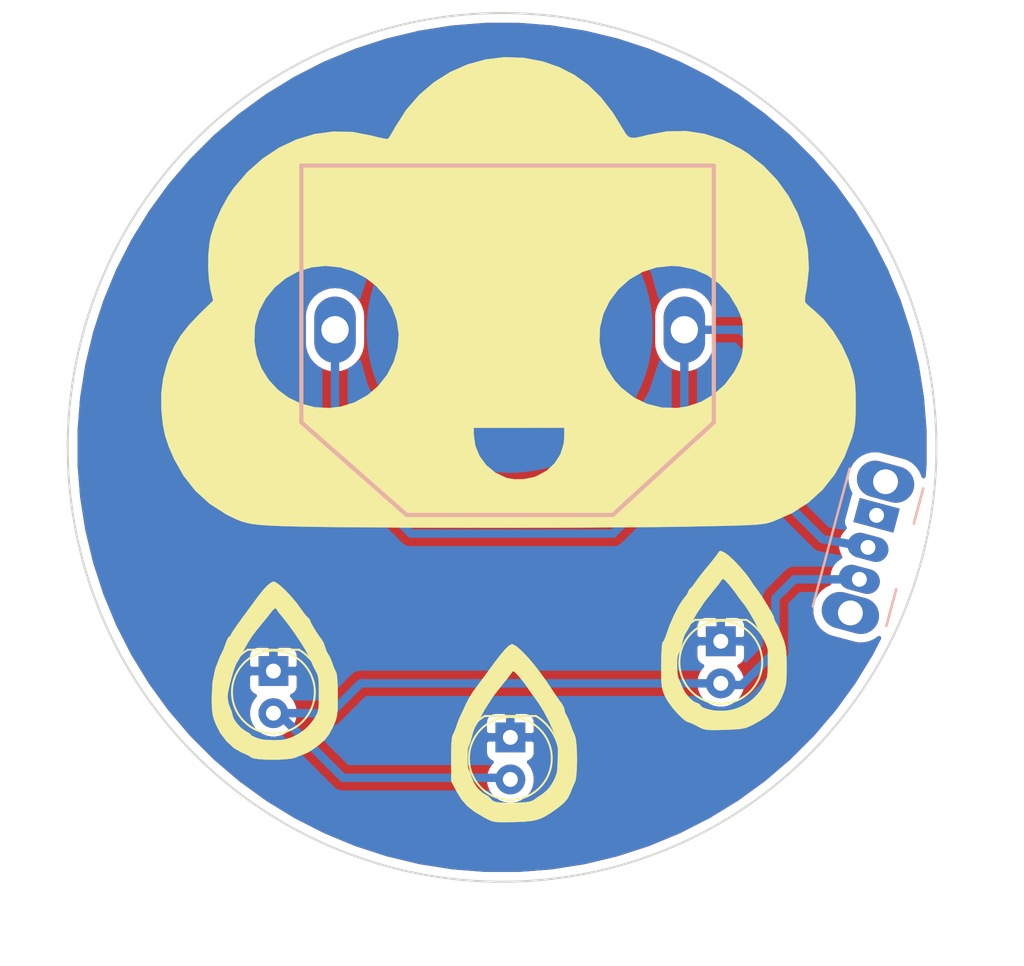
<source format=kicad_pcb>
(kicad_pcb (version 20171130) (host pcbnew "(5.1.8)-1")

  (general
    (thickness 1.6)
    (drawings 6)
    (tracks 22)
    (zones 0)
    (modules 6)
    (nets 5)
  )

  (page A4)
  (title_block
    (title "RainCloud Blinky")
  )

  (layers
    (0 F.Cu signal)
    (31 B.Cu signal)
    (32 B.Adhes user)
    (33 F.Adhes user)
    (34 B.Paste user)
    (35 F.Paste user)
    (36 B.SilkS user)
    (37 F.SilkS user)
    (38 B.Mask user)
    (39 F.Mask user)
    (40 Dwgs.User user)
    (41 Cmts.User user)
    (42 Eco1.User user)
    (43 Eco2.User user)
    (44 Edge.Cuts user)
    (45 Margin user)
    (46 B.CrtYd user)
    (47 F.CrtYd user)
    (48 B.Fab user)
    (49 F.Fab user)
  )

  (setup
    (last_trace_width 0.254)
    (user_trace_width 0.508)
    (trace_clearance 0.2)
    (zone_clearance 0.508)
    (zone_45_only no)
    (trace_min 0.254)
    (via_size 0.8)
    (via_drill 0.4)
    (via_min_size 0.4)
    (via_min_drill 0.3)
    (uvia_size 0.3)
    (uvia_drill 0.1)
    (uvias_allowed no)
    (uvia_min_size 0.2)
    (uvia_min_drill 0.1)
    (edge_width 0.05)
    (segment_width 0.2)
    (pcb_text_width 0.3)
    (pcb_text_size 1.5 1.5)
    (mod_edge_width 0.12)
    (mod_text_size 1 1)
    (mod_text_width 0.15)
    (pad_size 1.524 1.524)
    (pad_drill 0.762)
    (pad_to_mask_clearance 0.05)
    (aux_axis_origin 0 0)
    (visible_elements 7FFFFFFF)
    (pcbplotparams
      (layerselection 0x010fc_ffffffff)
      (usegerberextensions false)
      (usegerberattributes true)
      (usegerberadvancedattributes true)
      (creategerberjobfile true)
      (excludeedgelayer true)
      (linewidth 0.100000)
      (plotframeref false)
      (viasonmask false)
      (mode 1)
      (useauxorigin false)
      (hpglpennumber 1)
      (hpglpenspeed 20)
      (hpglpendiameter 15.000000)
      (psnegative false)
      (psa4output false)
      (plotreference true)
      (plotvalue true)
      (plotinvisibletext false)
      (padsonsilk false)
      (subtractmaskfromsilk false)
      (outputformat 1)
      (mirror false)
      (drillshape 1)
      (scaleselection 1)
      (outputdirectory ""))
  )

  (net 0 "")
  (net 1 VCC)
  (net 2 GND)
  (net 3 "Net-(SW1-Pad1)")
  (net 4 /LED+)

  (net_class Default "This is the default net class."
    (clearance 0.2)
    (trace_width 0.254)
    (via_dia 0.8)
    (via_drill 0.4)
    (uvia_dia 0.3)
    (uvia_drill 0.1)
    (diff_pair_width 0.254)
    (diff_pair_gap 0.25)
    (add_net /LED+)
    (add_net GND)
    (add_net "Net-(SW1-Pad1)")
    (add_net VCC)
  )

  (module RainCloud:ATTEMPT5 (layer F.Cu) (tedit 0) (tstamp 5FD43C4A)
    (at 111.7 99.9)
    (fp_text reference G*** (at 0 0) (layer F.SilkS) hide
      (effects (font (size 1.524 1.524) (thickness 0.3)))
    )
    (fp_text value LOGO (at 0.75 0) (layer F.SilkS) hide
      (effects (font (size 1.524 1.524) (thickness 0.3)))
    )
    (fp_poly (pts (xy 0.908714 -23.011864) (xy 2.060278 -22.792535) (xy 3.03757 -22.454289) (xy 3.966472 -21.979446)
      (xy 4.807161 -21.372305) (xy 5.575414 -20.617426) (xy 6.287006 -19.699366) (xy 6.939988 -18.634808)
      (xy 7.088929 -18.392324) (xy 7.239375 -18.243286) (xy 7.431072 -18.180053) (xy 7.703772 -18.194985)
      (xy 8.097224 -18.280441) (xy 8.386792 -18.356706) (xy 9.544308 -18.573332) (xy 10.690326 -18.595321)
      (xy 11.821842 -18.423229) (xy 12.935849 -18.057613) (xy 14.029341 -17.49903) (xy 14.4377 -17.237077)
      (xy 15.38482 -16.489188) (xy 16.20634 -15.625102) (xy 16.893286 -14.665574) (xy 17.436683 -13.631357)
      (xy 17.82756 -12.543206) (xy 18.056941 -11.421873) (xy 18.115854 -10.288114) (xy 17.995325 -9.162682)
      (xy 17.974335 -9.057527) (xy 17.911558 -8.708109) (xy 17.87912 -8.427617) (xy 17.883988 -8.276431)
      (xy 17.884163 -8.275989) (xy 17.982504 -8.155625) (xy 18.186664 -7.968805) (xy 18.376371 -7.815384)
      (xy 19.002893 -7.234546) (xy 19.588613 -6.501385) (xy 20.105929 -5.658499) (xy 20.527239 -4.748485)
      (xy 20.718553 -4.200769) (xy 20.81589 -3.851102) (xy 20.881037 -3.519261) (xy 20.919959 -3.150734)
      (xy 20.938618 -2.691009) (xy 20.943019 -2.149231) (xy 20.937629 -1.56046) (xy 20.91749 -1.112569)
      (xy 20.876651 -0.751257) (xy 20.809157 -0.422226) (xy 20.718575 -0.1019) (xy 20.261707 1.08819)
      (xy 19.667132 2.144116) (xy 18.937896 3.062656) (xy 18.077043 3.84059) (xy 17.087618 4.474697)
      (xy 15.972667 4.961756) (xy 15.911375 4.982979) (xy 15.755563 5.033346) (xy 15.595652 5.07572)
      (xy 15.412879 5.111213) (xy 15.188482 5.140931) (xy 14.903699 5.165984) (xy 14.539765 5.187481)
      (xy 14.07792 5.206531) (xy 13.499399 5.224243) (xy 12.785441 5.241725) (xy 11.917281 5.260087)
      (xy 10.8793 5.280377) (xy 10.005797 5.294693) (xy 8.981452 5.307321) (xy 7.825382 5.318268)
      (xy 6.556703 5.32754) (xy 5.194533 5.335146) (xy 3.757988 5.341091) (xy 2.266185 5.345382)
      (xy 0.738241 5.348027) (xy -0.806727 5.349032) (xy -2.349604 5.348405) (xy -3.871271 5.346152)
      (xy -5.352612 5.34228) (xy -6.77451 5.336797) (xy -8.117849 5.329708) (xy -9.363511 5.321022)
      (xy -10.49238 5.310745) (xy -11.48534 5.298884) (xy -12.323272 5.285445) (xy -12.939623 5.271727)
      (xy -13.777209 5.246872) (xy -14.453336 5.218297) (xy -14.998232 5.180564) (xy -15.442129 5.128231)
      (xy -15.815257 5.05586) (xy -16.147846 4.958009) (xy -16.470127 4.82924) (xy -16.81233 4.664111)
      (xy -17.072238 4.528064) (xy -18.053831 3.898853) (xy -18.905436 3.126051) (xy -19.626949 2.209768)
      (xy -20.184833 1.221154) (xy -20.510442 0.476308) (xy -20.733323 -0.199837) (xy -20.830803 -0.676257)
      (xy -2.108679 -0.676257) (xy -2.108679 -0.307013) (xy -2.017385 0.388274) (xy -1.756489 1.025662)
      (xy -1.345468 1.57943) (xy -0.8038 2.023857) (xy -0.150963 2.333223) (xy -0.095849 2.350953)
      (xy 0.370976 2.42723) (xy 0.918216 2.41195) (xy 1.459793 2.310401) (xy 1.666502 2.242673)
      (xy 2.27812 1.915586) (xy 2.770557 1.459565) (xy 3.124234 0.902059) (xy 3.319572 0.270515)
      (xy 3.352612 -0.121043) (xy 3.354717 -0.681701) (xy -2.108679 -0.676257) (xy -20.830803 -0.676257)
      (xy -20.874148 -0.888099) (xy -20.953593 -1.669295) (xy -20.962602 -1.819349) (xy -20.966982 -2.779555)
      (xy -20.857802 -3.659092) (xy -20.622127 -4.543594) (xy -20.497931 -4.895559) (xy -20.186151 -5.603614)
      (xy -20.021585 -5.875907) (xy -15.34837 -5.875907) (xy -15.206788 -5.036635) (xy -14.910465 -4.262521)
      (xy -14.476467 -3.569445) (xy -13.921864 -2.973285) (xy -13.263721 -2.48992) (xy -12.519106 -2.135227)
      (xy -11.705088 -1.925087) (xy -10.838732 -1.875376) (xy -10.149536 -1.955869) (xy -9.304298 -2.215008)
      (xy -8.53914 -2.638798) (xy -7.874513 -3.206196) (xy -7.330868 -3.896161) (xy -6.928657 -4.68765)
      (xy -6.697406 -5.507664) (xy -6.669675 -5.89809) (xy 5.478194 -5.89809) (xy 5.612195 -5.075601)
      (xy 5.912942 -4.287053) (xy 6.37968 -3.556848) (xy 6.808721 -3.089741) (xy 7.545152 -2.521195)
      (xy 8.356455 -2.125273) (xy 9.221086 -1.908105) (xy 10.1175 -1.875824) (xy 10.754339 -1.966946)
      (xy 11.606327 -2.25005) (xy 12.379123 -2.701148) (xy 13.048753 -3.301132) (xy 13.591241 -4.030894)
      (xy 13.778056 -4.376955) (xy 13.939698 -4.720144) (xy 14.043859 -4.98855) (xy 14.103141 -5.244284)
      (xy 14.130148 -5.549457) (xy 14.137483 -5.966183) (xy 14.137736 -6.149549) (xy 14.133964 -6.62278)
      (xy 14.11448 -6.963194) (xy 14.06703 -7.233326) (xy 13.979362 -7.495711) (xy 13.839221 -7.812885)
      (xy 13.792189 -7.913077) (xy 13.314137 -8.712368) (xy 12.706714 -9.375434) (xy 11.988346 -9.890477)
      (xy 11.17746 -10.245702) (xy 10.292482 -10.429312) (xy 9.824528 -10.453077) (xy 8.911379 -10.359595)
      (xy 8.059678 -10.082585) (xy 7.281087 -9.627201) (xy 6.624732 -9.039416) (xy 6.084206 -8.325184)
      (xy 5.713445 -7.547284) (xy 5.511692 -6.730119) (xy 5.478194 -5.89809) (xy -6.669675 -5.89809)
      (xy -6.638081 -6.342875) (xy -6.753573 -7.150914) (xy -7.027166 -7.912812) (xy -7.442148 -8.609602)
      (xy -7.981805 -9.222317) (xy -8.629424 -9.731989) (xy -9.368292 -10.119651) (xy -10.181695 -10.366336)
      (xy -11.052919 -10.453076) (xy -11.055146 -10.453077) (xy -11.916098 -10.362308) (xy -12.728443 -10.102694)
      (xy -13.470176 -9.693278) (xy -14.119289 -9.153101) (xy -14.653776 -8.501204) (xy -15.051632 -7.756628)
      (xy -15.290848 -6.938415) (xy -15.318143 -6.76446) (xy -15.34837 -5.875907) (xy -20.021585 -5.875907)
      (xy -19.78891 -6.260891) (xy -19.275907 -6.911098) (xy -18.641099 -7.57438) (xy -17.835223 -8.359144)
      (xy -17.987775 -8.990918) (xy -18.091619 -9.620444) (xy -18.137908 -10.357197) (xy -18.126879 -11.122111)
      (xy -18.058769 -11.836119) (xy -17.977974 -12.260384) (xy -17.729833 -13.040051) (xy -17.371066 -13.861857)
      (xy -16.940121 -14.645104) (xy -16.604913 -15.142308) (xy -15.779065 -16.108836) (xy -14.859628 -16.925383)
      (xy -13.863076 -17.585652) (xy -12.805882 -18.083343) (xy -11.704522 -18.412158) (xy -10.57547 -18.565797)
      (xy -9.435201 -18.537963) (xy -8.300188 -18.322356) (xy -8.292809 -18.320312) (xy -7.895254 -18.217187)
      (xy -7.566134 -18.14536) (xy -7.34937 -18.113677) (xy -7.290159 -18.118376) (xy -7.206366 -18.224486)
      (xy -7.06148 -18.456809) (xy -6.884154 -18.768911) (xy -6.850703 -18.830533) (xy -6.188108 -19.869451)
      (xy -5.40212 -20.773909) (xy -4.510531 -21.537387) (xy -3.531132 -22.153365) (xy -2.481717 -22.615321)
      (xy -1.380076 -22.916737) (xy -0.244002 -23.051091) (xy 0.908714 -23.011864)) (layer F.SilkS) (width 0.01))
    (fp_poly (pts (xy 12.989157 6.830397) (xy 13.05679 6.867025) (xy 13.286289 7.035921) (xy 13.58816 7.317046)
      (xy 13.920735 7.665577) (xy 14.242347 8.036692) (xy 14.511329 8.385568) (xy 14.6195 8.548077)
      (xy 14.779405 8.792602) (xy 14.919292 8.981955) (xy 14.924124 8.987692) (xy 15.078334 9.192067)
      (xy 15.277425 9.487063) (xy 15.494402 9.828426) (xy 15.702271 10.1719) (xy 15.874038 10.473228)
      (xy 15.982709 10.688153) (xy 16.006792 10.762697) (xy 16.058542 10.945798) (xy 16.138495 11.090763)
      (xy 16.240295 11.277873) (xy 16.379343 11.581246) (xy 16.521891 11.926127) (xy 16.633216 12.23263)
      (xy 16.706272 12.509944) (xy 16.748859 12.814017) (xy 16.768776 13.200795) (xy 16.77382 13.726224)
      (xy 16.773822 13.733434) (xy 16.770512 14.243851) (xy 16.754474 14.613935) (xy 16.71691 14.8987)
      (xy 16.649023 15.153157) (xy 16.542014 15.432318) (xy 16.478206 15.581923) (xy 16.259979 16.013375)
      (xy 15.997474 16.367178) (xy 15.652723 16.680007) (xy 15.187756 16.988538) (xy 14.793393 17.209334)
      (xy 14.54355 17.336129) (xy 14.322544 17.42289) (xy 14.082179 17.478848) (xy 13.774261 17.51323)
      (xy 13.350593 17.535264) (xy 13.035472 17.545941) (xy 12.52912 17.5592) (xy 12.170491 17.558312)
      (xy 11.915801 17.537809) (xy 11.721263 17.492221) (xy 11.543093 17.416081) (xy 11.406038 17.342442)
      (xy 11.137848 17.203419) (xy 10.93073 17.115084) (xy 10.865272 17.098906) (xy 10.692661 17.021866)
      (xy 10.447472 16.82292) (xy 10.166025 16.540957) (xy 9.884643 16.214866) (xy 9.639646 15.883539)
      (xy 9.483373 15.619294) (xy 9.37105 15.383554) (xy 9.293364 15.179278) (xy 9.243943 14.962749)
      (xy 9.216414 14.690248) (xy 9.204405 14.318056) (xy 9.201544 13.802457) (xy 9.201509 13.685475)
      (xy 9.201871 13.655585) (xy 10.162189 13.655585) (xy 10.17291 13.991938) (xy 10.203012 14.276234)
      (xy 10.246009 14.435364) (xy 10.334442 14.627467) (xy 10.455467 14.910668) (xy 10.504468 15.029864)
      (xy 10.671192 15.328697) (xy 10.9025 15.610161) (xy 11.149394 15.824587) (xy 11.362876 15.922304)
      (xy 11.38636 15.923846) (xy 11.520872 15.998557) (xy 11.56974 16.064773) (xy 11.71369 16.206819)
      (xy 11.886012 16.302811) (xy 12.13703 16.359372) (xy 12.513082 16.393127) (xy 12.948743 16.403475)
      (xy 13.37859 16.389814) (xy 13.737201 16.351543) (xy 13.875891 16.321111) (xy 14.282903 16.132758)
      (xy 14.712365 15.82271) (xy 15.105834 15.44349) (xy 15.404867 15.047618) (xy 15.50001 14.861543)
      (xy 15.576673 14.549556) (xy 15.622896 14.07437) (xy 15.635898 13.560062) (xy 15.635898 12.588192)
      (xy 15.093781 11.496211) (xy 14.849492 11.026884) (xy 14.595924 10.577878) (xy 14.364596 10.202976)
      (xy 14.200926 9.972707) (xy 13.989501 9.704748) (xy 13.820227 9.476339) (xy 13.75434 9.377211)
      (xy 13.640195 9.214651) (xy 13.447732 8.969633) (xy 13.292745 8.782965) (xy 13.08542 8.547449)
      (xy 12.961815 8.443909) (xy 12.884262 8.453102) (xy 12.822289 8.542614) (xy 12.699131 8.723007)
      (xy 12.499619 8.975033) (xy 12.368207 9.128768) (xy 11.83078 9.807091) (xy 11.31997 10.57796)
      (xy 11.024969 11.09923) (xy 10.860667 11.405553) (xy 10.723429 11.648162) (xy 10.650828 11.763104)
      (xy 10.583521 11.913674) (xy 10.500406 12.183885) (xy 10.450468 12.382801) (xy 10.369533 12.679407)
      (xy 10.288515 12.889698) (xy 10.246218 12.950298) (xy 10.198851 13.073154) (xy 10.170839 13.328786)
      (xy 10.162189 13.655585) (xy 9.201871 13.655585) (xy 9.207543 13.188619) (xy 9.224104 12.764417)
      (xy 9.248883 12.449796) (xy 9.279571 12.28168) (xy 9.290366 12.26479) (xy 9.374585 12.142431)
      (xy 9.471717 11.909479) (xy 9.493382 11.843832) (xy 9.708955 11.235467) (xy 9.964622 10.641711)
      (xy 10.236004 10.112174) (xy 10.498719 9.696466) (xy 10.625913 9.539465) (xy 10.77105 9.349225)
      (xy 10.830943 9.206058) (xy 10.902322 9.059518) (xy 10.953056 9.01697) (xy 11.085345 8.884873)
      (xy 11.243668 8.667988) (xy 11.257713 8.645769) (xy 11.405656 8.434718) (xy 11.637309 8.133141)
      (xy 11.90941 7.796889) (xy 11.988564 7.702223) (xy 12.249818 7.385414) (xy 12.469531 7.106442)
      (xy 12.611557 6.911647) (xy 12.636275 6.871838) (xy 12.7126 6.760821) (xy 12.80841 6.747257)
      (xy 12.989157 6.830397)) (layer F.SilkS) (width 0.01))
    (fp_poly (pts (xy -14.011033 8.669073) (xy -13.759348 8.864058) (xy -13.455042 9.149684) (xy -13.130138 9.493753)
      (xy -12.816661 9.864072) (xy -12.546636 10.228442) (xy -12.528685 10.255148) (xy -12.340669 10.517711)
      (xy -12.177133 10.713085) (xy -12.107528 10.775431) (xy -11.993822 10.899308) (xy -11.981132 10.948487)
      (xy -11.930374 11.084873) (xy -11.800503 11.323889) (xy -11.625119 11.610128) (xy -11.437825 11.888179)
      (xy -11.304043 12.065) (xy -11.161945 12.308335) (xy -11.075678 12.553462) (xy -10.986192 12.814805)
      (xy -10.883518 12.993077) (xy -10.775865 13.178153) (xy -10.663588 13.454731) (xy -10.638872 13.530385)
      (xy -10.538449 13.809684) (xy -10.438246 14.01921) (xy -10.415886 14.052399) (xy -10.373058 14.205475)
      (xy -10.340502 14.523701) (xy -10.320366 14.977017) (xy -10.314632 15.468937) (xy -10.317236 15.998746)
      (xy -10.328915 16.381226) (xy -10.357316 16.664428) (xy -10.410084 16.896401) (xy -10.494864 17.125196)
      (xy -10.619302 17.398863) (xy -10.622938 17.40659) (xy -10.842693 17.819348) (xy -11.085884 18.13386)
      (xy -11.419415 18.432703) (xy -11.514086 18.506482) (xy -11.832388 18.73408) (xy -12.124679 18.915157)
      (xy -12.331977 19.013458) (xy -12.344788 19.017093) (xy -12.625618 19.11386) (xy -12.837385 19.211023)
      (xy -13.049247 19.27206) (xy -13.390755 19.315347) (xy -13.815086 19.340863) (xy -14.275416 19.348588)
      (xy -14.724919 19.338503) (xy -15.116772 19.310587) (xy -15.404149 19.26482) (xy -15.53097 19.212177)
      (xy -15.703079 19.100782) (xy -15.974931 18.971307) (xy -16.106485 18.918852) (xy -16.567721 18.660069)
      (xy -17.013914 18.253618) (xy -17.402784 17.745235) (xy -17.675864 17.221213) (xy -17.790839 16.91342)
      (xy -17.864147 16.630207) (xy -17.90471 16.311359) (xy -17.921446 15.896657) (xy -17.923774 15.547652)
      (xy -17.922644 15.527942) (xy -16.965283 15.527942) (xy -16.926173 15.860286) (xy -16.831118 16.162972)
      (xy -16.8221 16.181333) (xy -16.72043 16.423627) (xy -16.678326 16.609438) (xy -16.605538 16.847385)
      (xy -16.420761 17.132625) (xy -16.172057 17.404911) (xy -15.907487 17.603999) (xy -15.868872 17.624083)
      (xy -15.651689 17.751268) (xy -15.534303 17.863112) (xy -15.527547 17.885424) (xy -15.440237 18.008459)
      (xy -15.175633 18.095468) (xy -14.729723 18.147285) (xy -14.18566 18.164425) (xy -13.694325 18.157321)
      (xy -13.347844 18.124156) (xy -13.10036 18.058677) (xy -12.977476 17.999656) (xy -12.502936 17.710327)
      (xy -12.163395 17.456221) (xy -11.915797 17.200177) (xy -11.725074 16.918815) (xy -11.606636 16.701696)
      (xy -11.529392 16.503535) (xy -11.484504 16.27387) (xy -11.463137 15.962238) (xy -11.456456 15.518177)
      (xy -11.456048 15.382368) (xy -11.460921 14.874011) (xy -11.481463 14.518366) (xy -11.523082 14.27304)
      (xy -11.591189 14.095639) (xy -11.628333 14.032216) (xy -11.780915 13.749391) (xy -11.919173 13.423683)
      (xy -11.929615 13.394224) (xy -12.068769 13.086965) (xy -12.302184 12.671661) (xy -12.60203 12.190899)
      (xy -12.940477 11.687268) (xy -13.289695 11.203355) (xy -13.621853 10.781748) (xy -13.687024 10.704892)
      (xy -13.873176 10.473926) (xy -14.001857 10.287198) (xy -14.02478 10.242736) (xy -14.100178 10.202702)
      (xy -14.239545 10.327712) (xy -14.299448 10.403211) (xy -14.487089 10.643041) (xy -14.734174 10.949582)
      (xy -14.904528 11.156689) (xy -15.247163 11.578084) (xy -15.502084 11.919845) (xy -15.712166 12.245379)
      (xy -15.920284 12.61809) (xy -16.01419 12.797692) (xy -16.181233 13.113302) (xy -16.316981 13.355721)
      (xy -16.394713 13.477431) (xy -16.398722 13.481539) (xy -16.472216 13.616581) (xy -16.571914 13.891096)
      (xy -16.683556 14.253572) (xy -16.792881 14.652501) (xy -16.885627 15.036371) (xy -16.947534 15.353673)
      (xy -16.965283 15.527942) (xy -17.922644 15.527942) (xy -17.871991 14.644444) (xy -17.707485 13.849031)
      (xy -17.416517 13.101886) (xy -17.311662 12.895385) (xy -17.193305 12.633571) (xy -17.077034 12.318891)
      (xy -17.06606 12.284808) (xy -16.972499 12.052406) (xy -16.882348 11.926091) (xy -16.862001 11.918462)
      (xy -16.776067 11.843931) (xy -16.773585 11.821036) (xy -16.718818 11.709193) (xy -16.56969 11.47663)
      (xy -16.34896 11.157303) (xy -16.079388 10.785172) (xy -16.078679 10.784214) (xy -15.786908 10.389161)
      (xy -15.51982 10.026404) (xy -15.308704 9.738504) (xy -15.192076 9.578104) (xy -14.836277 9.120014)
      (xy -14.527319 8.796473) (xy -14.281126 8.62289) (xy -14.178072 8.596923) (xy -14.011033 8.669073)) (layer F.SilkS) (width 0.01))
    (fp_poly (pts (xy 0.239623 12.37543) (xy 0.461184 12.499607) (xy 0.763255 12.760596) (xy 1.1217 13.1315)
      (xy 1.512385 13.585427) (xy 1.911174 14.09548) (xy 2.293933 14.634766) (xy 2.370567 14.75005)
      (xy 2.649531 15.170948) (xy 2.898987 15.539846) (xy 3.095566 15.822719) (xy 3.215898 15.985542)
      (xy 3.231888 16.004094) (xy 3.339369 16.2033) (xy 3.354717 16.299856) (xy 3.407295 16.511327)
      (xy 3.484852 16.659225) (xy 3.600449 16.879749) (xy 3.717205 17.174129) (xy 3.734966 17.227713)
      (xy 3.849728 17.546631) (xy 3.972853 17.833035) (xy 3.987636 17.862713) (xy 4.049598 18.090201)
      (xy 4.093137 18.460126) (xy 4.118075 18.920438) (xy 4.124234 19.419087) (xy 4.111434 19.904021)
      (xy 4.079499 20.323191) (xy 4.028249 20.624546) (xy 3.997393 20.710769) (xy 3.886664 20.953945)
      (xy 3.754761 21.274237) (xy 3.708225 21.394616) (xy 3.550396 21.706487) (xy 3.307744 21.982954)
      (xy 2.993071 22.237278) (xy 2.532408 22.56455) (xy 2.153175 22.795506) (xy 1.801294 22.947977)
      (xy 1.422692 23.039796) (xy 0.963293 23.088796) (xy 0.36902 23.112807) (xy 0.335472 23.113655)
      (xy -0.174981 23.124948) (xy -0.538809 23.124413) (xy -0.801029 23.105088) (xy -1.006654 23.060013)
      (xy -1.2007 22.982225) (xy -1.428181 22.864765) (xy -1.490055 22.831356) (xy -2.067598 22.486936)
      (xy -2.503947 22.142346) (xy -2.844954 21.754631) (xy -3.127892 21.296923) (xy -3.467744 20.661923)
      (xy -3.476117 19.325072) (xy -3.475542 19.242995) (xy -2.490154 19.242995) (xy -2.48209 19.56866)
      (xy -2.456556 19.830553) (xy -2.413582 19.96623) (xy -2.408607 19.970279) (xy -2.333464 20.094493)
      (xy -2.266332 20.322789) (xy -2.264038 20.334232) (xy -2.12815 20.694669) (xy -1.889759 21.052105)
      (xy -1.604302 21.33214) (xy -1.45182 21.424216) (xy -1.219172 21.567097) (xy -1.077459 21.703929)
      (xy -0.967987 21.815359) (xy -0.808636 21.889769) (xy -0.56522 21.932775) (xy -0.203553 21.949989)
      (xy 0.310552 21.947024) (xy 0.393118 21.945392) (xy 0.877005 21.92567) (xy 1.210162 21.88594)
      (xy 1.433111 21.819496) (xy 1.543306 21.754991) (xy 1.789332 21.579904) (xy 2.065739 21.393675)
      (xy 2.073764 21.388452) (xy 2.314528 21.184962) (xy 2.564927 20.903991) (xy 2.647825 20.790848)
      (xy 2.771121 20.594674) (xy 2.852913 20.407145) (xy 2.903721 20.178702) (xy 2.934065 19.859788)
      (xy 2.954465 19.400843) (xy 2.956682 19.335845) (xy 2.968866 18.852254) (xy 2.961995 18.507322)
      (xy 2.928535 18.244675) (xy 2.860951 18.00794) (xy 2.751709 17.740744) (xy 2.739919 17.714049)
      (xy 2.41203 17.006575) (xy 2.111542 16.434754) (xy 1.810026 15.947321) (xy 1.584547 15.630769)
      (xy 1.367228 15.335618) (xy 1.190011 15.085026) (xy 1.093917 14.93756) (xy 0.984766 14.779972)
      (xy 0.795989 14.538664) (xy 0.64067 14.351406) (xy 0.432299 14.116346) (xy 0.306979 14.01434)
      (xy 0.228412 14.025543) (xy 0.177351 14.098076) (xy 0.063711 14.264143) (xy -0.131757 14.51482)
      (xy -0.319545 14.740248) (xy -0.951239 15.549698) (xy -1.470066 16.365679) (xy -1.635453 16.677937)
      (xy -1.791264 16.978426) (xy -1.926997 17.217398) (xy -1.991538 17.314236) (xy -2.073037 17.478849)
      (xy -2.165452 17.756648) (xy -2.210467 17.927838) (xy -2.29257 18.225758) (xy -2.373372 18.445386)
      (xy -2.409258 18.507808) (xy -2.453766 18.650125) (xy -2.480722 18.916002) (xy -2.490154 19.242995)
      (xy -3.475542 19.242995) (xy -3.472209 18.767721) (xy -3.454184 18.317872) (xy -3.423889 18.00497)
      (xy -3.384171 17.859687) (xy -3.292494 17.687834) (xy -3.188872 17.419819) (xy -3.163149 17.340385)
      (xy -3.053455 17.024) (xy -2.937842 16.745224) (xy -2.918446 16.705385) (xy -2.804134 16.46943)
      (xy -2.657255 16.152783) (xy -2.589783 16.003427) (xy -2.402794 15.639417) (xy -2.179978 15.27688)
      (xy -2.106426 15.173043) (xy -1.905159 14.903927) (xy -1.729349 14.668862) (xy -1.681582 14.605)
      (xy -1.533328 14.404195) (xy -1.338081 14.136649) (xy -1.270925 14.044018) (xy -0.819821 13.431687)
      (xy -0.460895 12.971214) (xy -0.182772 12.650031) (xy 0.025926 12.455573) (xy 0.176574 12.375272)
      (xy 0.239623 12.37543)) (layer F.SilkS) (width 0.01))
  )

  (module Button_Switch_THT:SW_CuK_OS102011MA1QN1_SPDT_Angled (layer B.Cu) (tedit 5A02FE31) (tstamp 5FA47977)
    (at 133.9 104.5 255)
    (descr "CuK miniature slide switch, OS series, SPDT, right angle, http://www.ckswitches.com/media/1428/os.pdf")
    (tags "switch SPDT")
    (path /5FA35B43)
    (fp_text reference SW1 (at 1.4 3.6 255) (layer B.SilkS) hide
      (effects (font (size 1 1) (thickness 0.15)) (justify mirror))
    )
    (fp_text value SW_SPDT (at 1.7 -7.7 255) (layer B.Fab)
      (effects (font (size 1 1) (thickness 0.15)) (justify mirror))
    )
    (fp_line (start -2.3 2.2) (end 6.3 2.2) (layer B.Fab) (width 0.1))
    (fp_line (start -2.3 2.2) (end -2.3 -2.2) (layer B.Fab) (width 0.1))
    (fp_line (start -2.3 -2.2) (end 6.3 -2.2) (layer B.Fab) (width 0.1))
    (fp_line (start 6.3 -2.2) (end 6.3 2.2) (layer B.Fab) (width 0.1))
    (fp_line (start 2 -2.2) (end 2 -6.2) (layer B.Fab) (width 0.1))
    (fp_line (start 2 -6.2) (end 0 -6.2) (layer B.Fab) (width 0.1))
    (fp_line (start 0 -6.2) (end 0 -2.2) (layer B.Fab) (width 0.1))
    (fp_line (start -2.3 2.3) (end 6.3 2.3) (layer B.SilkS) (width 0.15))
    (fp_line (start -2.3 -2.3) (end -0.1 -2.3) (layer B.SilkS) (width 0.15))
    (fp_line (start 4 -2.3) (end 6.3 -2.3) (layer B.SilkS) (width 0.15))
    (fp_line (start 7.7 2.7) (end 7.7 -6.7) (layer B.CrtYd) (width 0.05))
    (fp_line (start 7.7 -6.7) (end -3.7 -6.7) (layer B.CrtYd) (width 0.05))
    (fp_line (start -3.7 -6.7) (end -3.7 2.7) (layer B.CrtYd) (width 0.05))
    (fp_line (start -3.7 2.7) (end 7.7 2.7) (layer B.CrtYd) (width 0.05))
    (fp_text user %R (at 2.3 -1.7 255) (layer B.Fab)
      (effects (font (size 0.5 0.5) (thickness 0.1)) (justify mirror))
    )
    (pad "" thru_hole oval (at 6.1 0 255) (size 2.2 3.5) (drill 1.5) (layers *.Cu *.Mask))
    (pad "" thru_hole oval (at -2.1 0 255) (size 2.2 3.5) (drill 1.5) (layers *.Cu *.Mask))
    (pad 3 thru_hole oval (at 4 0 255) (size 1.5 2.5) (drill 0.9) (layers *.Cu *.Mask)
      (net 4 /LED+))
    (pad 2 thru_hole oval (at 2 0 255) (size 1.5 2.5) (drill 0.9) (layers *.Cu *.Mask)
      (net 1 VCC))
    (pad 1 thru_hole rect (at 0 0 255) (size 1.5 2.5) (drill 0.9) (layers *.Cu *.Mask)
      (net 3 "Net-(SW1-Pad1)"))
    (model ${KISYS3DMOD}/Button_Switch_THT.3dshapes/SW_CuK_OS102011MA1QN1_SPDT_Angled.wrl
      (at (xyz 0 0 0))
      (scale (xyz 1 1 1))
      (rotate (xyz 0 0 0))
    )
    (model "C:/Users/robyn/Downloads/sk-12d07-1p2t-1.snapshot.1/3Pins SPDT switch SK-12D07 1P2T.step"
      (offset (xyz -2.4 -2.3 4.5))
      (scale (xyz 1 1 1))
      (rotate (xyz 0 0 0))
    )
  )

  (module BlinkyBadge:BatteryHolder_MPD_BK888_2032_THRU (layer B.Cu) (tedit 5FA46AA5) (tstamp 5FA47934)
    (at 122.3 93.3 180)
    (path /5FA34E43)
    (fp_text reference BT1 (at 0 11.176) (layer B.SilkS) hide
      (effects (font (size 1 1) (thickness 0.15)) (justify mirror))
    )
    (fp_text value Battery_Cell (at -6.096 17.018) (layer B.Fab)
      (effects (font (size 1 1) (thickness 0.15)) (justify mirror))
    )
    (fp_line (start 4.318 -11.176) (end 16.764 -11.176) (layer B.SilkS) (width 0.254))
    (fp_line (start 4.318 -11.176) (end -1.778 -5.588) (layer B.SilkS) (width 0.254))
    (fp_line (start 16.764 -11.176) (end 23.114 -5.588) (layer B.SilkS) (width 0.254))
    (fp_line (start -1.778 9.906) (end 23.114 9.906) (layer B.SilkS) (width 0.254))
    (fp_line (start 23.114 9.906) (end 23.114 -5.588) (layer B.SilkS) (width 0.254))
    (fp_line (start -1.778 9.906) (end -1.778 -5.588) (layer B.SilkS) (width 0.254))
    (pad 1 thru_hole oval (at 0 0 180) (size 2.5 4) (drill 1.65) (layers *.Cu *.Mask)
      (net 1 VCC))
    (pad 1 thru_hole oval (at 21.082 0 180) (size 2.5 4) (drill 1.65) (layers *.Cu *.Mask)
      (net 1 VCC))
    (pad 2 smd circle (at 10.541 0 180) (size 17.272 17.272) (layers B.Cu B.Paste B.Mask)
      (net 2 GND))
    (model ${KISYS3DMOD}/Battery.3dshapes/BK-888.STEP
      (offset (xyz 10.5 -0.5 0))
      (scale (xyz 1 1 1))
      (rotate (xyz -90 0 180))
    )
  )

  (module LED_THT:LED_D5.0mm (layer F.Cu) (tedit 5995936A) (tstamp 5FA47946)
    (at 97.5 113.9 270)
    (descr "LED, diameter 5.0mm, 2 pins, http://cdn-reichelt.de/documents/datenblatt/A500/LL-504BC2E-009.pdf")
    (tags "LED diameter 5.0mm 2 pins")
    (path /5FA33C39)
    (fp_text reference D1 (at 1.27 -3.96 90) (layer F.SilkS) hide
      (effects (font (size 1 1) (thickness 0.15)))
    )
    (fp_text value LED (at 1.27 3.96 90) (layer F.Fab)
      (effects (font (size 1 1) (thickness 0.15)))
    )
    (fp_line (start 4.5 -3.25) (end -1.95 -3.25) (layer F.CrtYd) (width 0.05))
    (fp_line (start 4.5 3.25) (end 4.5 -3.25) (layer F.CrtYd) (width 0.05))
    (fp_line (start -1.95 3.25) (end 4.5 3.25) (layer F.CrtYd) (width 0.05))
    (fp_line (start -1.95 -3.25) (end -1.95 3.25) (layer F.CrtYd) (width 0.05))
    (fp_line (start -1.29 -1.545) (end -1.29 1.545) (layer F.SilkS) (width 0.12))
    (fp_line (start -1.23 -1.469694) (end -1.23 1.469694) (layer F.Fab) (width 0.1))
    (fp_circle (center 1.27 0) (end 3.77 0) (layer F.SilkS) (width 0.12))
    (fp_circle (center 1.27 0) (end 3.77 0) (layer F.Fab) (width 0.1))
    (fp_arc (start 1.27 0) (end -1.23 -1.469694) (angle 299.1) (layer F.Fab) (width 0.1))
    (fp_arc (start 1.27 0) (end -1.29 -1.54483) (angle 148.9) (layer F.SilkS) (width 0.12))
    (fp_arc (start 1.27 0) (end -1.29 1.54483) (angle -148.9) (layer F.SilkS) (width 0.12))
    (fp_text user %R (at 1.25 0 90) (layer F.Fab)
      (effects (font (size 0.8 0.8) (thickness 0.2)))
    )
    (pad 1 thru_hole rect (at 0 0 270) (size 1.8 1.8) (drill 0.9) (layers *.Cu *.Mask)
      (net 2 GND))
    (pad 2 thru_hole circle (at 2.54 0 270) (size 1.8 1.8) (drill 0.9) (layers *.Cu *.Mask)
      (net 4 /LED+))
    (model ${KISYS3DMOD}/LED_THT.3dshapes/LED_D5.0mm.wrl
      (at (xyz 0 0 0))
      (scale (xyz 1 1 1))
      (rotate (xyz 0 0 0))
    )
  )

  (module LED_THT:LED_D5.0mm (layer F.Cu) (tedit 5995936A) (tstamp 5FA47958)
    (at 111.8 117.9 270)
    (descr "LED, diameter 5.0mm, 2 pins, http://cdn-reichelt.de/documents/datenblatt/A500/LL-504BC2E-009.pdf")
    (tags "LED diameter 5.0mm 2 pins")
    (path /5FA3DB03)
    (fp_text reference D2 (at 1.27 -3.96 90) (layer F.SilkS) hide
      (effects (font (size 1 1) (thickness 0.15)))
    )
    (fp_text value LED (at 1.27 3.96 90) (layer F.Fab)
      (effects (font (size 1 1) (thickness 0.15)))
    )
    (fp_line (start 4.5 -3.25) (end -1.95 -3.25) (layer F.CrtYd) (width 0.05))
    (fp_line (start 4.5 3.25) (end 4.5 -3.25) (layer F.CrtYd) (width 0.05))
    (fp_line (start -1.95 3.25) (end 4.5 3.25) (layer F.CrtYd) (width 0.05))
    (fp_line (start -1.95 -3.25) (end -1.95 3.25) (layer F.CrtYd) (width 0.05))
    (fp_line (start -1.29 -1.545) (end -1.29 1.545) (layer F.SilkS) (width 0.12))
    (fp_line (start -1.23 -1.469694) (end -1.23 1.469694) (layer F.Fab) (width 0.1))
    (fp_circle (center 1.27 0) (end 3.77 0) (layer F.SilkS) (width 0.12))
    (fp_circle (center 1.27 0) (end 3.77 0) (layer F.Fab) (width 0.1))
    (fp_arc (start 1.27 0) (end -1.23 -1.469694) (angle 299.1) (layer F.Fab) (width 0.1))
    (fp_arc (start 1.27 0) (end -1.29 -1.54483) (angle 148.9) (layer F.SilkS) (width 0.12))
    (fp_arc (start 1.27 0) (end -1.29 1.54483) (angle -148.9) (layer F.SilkS) (width 0.12))
    (fp_text user %R (at 1.25 0 90) (layer F.Fab)
      (effects (font (size 0.8 0.8) (thickness 0.2)))
    )
    (pad 1 thru_hole rect (at 0 0 270) (size 1.8 1.8) (drill 0.9) (layers *.Cu *.Mask)
      (net 2 GND))
    (pad 2 thru_hole circle (at 2.54 0 270) (size 1.8 1.8) (drill 0.9) (layers *.Cu *.Mask)
      (net 4 /LED+))
    (model ${KISYS3DMOD}/LED_THT.3dshapes/LED_D5.0mm.wrl
      (at (xyz 0 0 0))
      (scale (xyz 1 1 1))
      (rotate (xyz 0 0 0))
    )
  )

  (module LED_THT:LED_D5.0mm (layer F.Cu) (tedit 5995936A) (tstamp 5FA4796A)
    (at 124.5 112.1 270)
    (descr "LED, diameter 5.0mm, 2 pins, http://cdn-reichelt.de/documents/datenblatt/A500/LL-504BC2E-009.pdf")
    (tags "LED diameter 5.0mm 2 pins")
    (path /5FA34798)
    (fp_text reference D3 (at 1.27 -3.96 90) (layer F.SilkS) hide
      (effects (font (size 1 1) (thickness 0.15)))
    )
    (fp_text value LED (at 1.27 3.96 90) (layer F.Fab)
      (effects (font (size 1 1) (thickness 0.15)))
    )
    (fp_circle (center 1.27 0) (end 3.77 0) (layer F.Fab) (width 0.1))
    (fp_circle (center 1.27 0) (end 3.77 0) (layer F.SilkS) (width 0.12))
    (fp_line (start -1.23 -1.469694) (end -1.23 1.469694) (layer F.Fab) (width 0.1))
    (fp_line (start -1.29 -1.545) (end -1.29 1.545) (layer F.SilkS) (width 0.12))
    (fp_line (start -1.95 -3.25) (end -1.95 3.25) (layer F.CrtYd) (width 0.05))
    (fp_line (start -1.95 3.25) (end 4.5 3.25) (layer F.CrtYd) (width 0.05))
    (fp_line (start 4.5 3.25) (end 4.5 -3.25) (layer F.CrtYd) (width 0.05))
    (fp_line (start 4.5 -3.25) (end -1.95 -3.25) (layer F.CrtYd) (width 0.05))
    (fp_text user %R (at 1.25 0 90) (layer F.Fab)
      (effects (font (size 0.8 0.8) (thickness 0.2)))
    )
    (fp_arc (start 1.27 0) (end -1.29 1.54483) (angle -148.9) (layer F.SilkS) (width 0.12))
    (fp_arc (start 1.27 0) (end -1.29 -1.54483) (angle 148.9) (layer F.SilkS) (width 0.12))
    (fp_arc (start 1.27 0) (end -1.23 -1.469694) (angle 299.1) (layer F.Fab) (width 0.1))
    (pad 2 thru_hole circle (at 2.54 0 270) (size 1.8 1.8) (drill 0.9) (layers *.Cu *.Mask)
      (net 4 /LED+))
    (pad 1 thru_hole rect (at 0 0 270) (size 1.8 1.8) (drill 0.9) (layers *.Cu *.Mask)
      (net 2 GND))
    (model ${KISYS3DMOD}/LED_THT.3dshapes/LED_D5.0mm.wrl
      (at (xyz 0 0 0))
      (scale (xyz 1 1 1))
      (rotate (xyz 0 0 0))
    )
  )

  (gr_poly (pts (xy 114.4 100.9) (xy 113.9 101.6) (xy 113.1 102) (xy 112.3 102.2) (xy 111.3 102) (xy 110.7 101.7) (xy 110 100.9) (xy 109.7 100.2) (xy 109.7 99.5) (xy 114.9 99.5)) (layer F.Mask) (width 0.1))
  (gr_circle (center 121.7 93.795045) (end 125.904955 93.795045) (layer F.Mask) (width 1.016) (tstamp 5FAB07E4))
  (gr_arc (start 112.2 99.5) (end 109.6 99.5) (angle -180) (layer F.Mask) (width 0.635))
  (gr_line (start 109.6 99.5) (end 114.8 99.5) (layer F.Mask) (width 0.635))
  (gr_circle (center 100.7 93.795045) (end 104.904955 93.795045) (layer F.Mask) (width 1.016))
  (gr_circle (center 111.3 100.4) (end 137.5128 100.4) (layer Edge.Cuts) (width 0.127))

  (segment (start 127.8 103.1) (end 130.632695 105.932695) (width 0.508) (layer B.Cu) (net 1))
  (segment (start 122.3 93.3) (end 125.7 93.3) (width 0.508) (layer B.Cu) (net 1))
  (segment (start 130.632695 105.932695) (end 133.382362 106.431852) (width 0.508) (layer B.Cu) (net 1))
  (segment (start 127.8 95.4) (end 127.8 103.1) (width 0.508) (layer B.Cu) (net 1))
  (segment (start 125.7 93.3) (end 127.8 95.4) (width 0.508) (layer B.Cu) (net 1))
  (segment (start 122.3 101.3) (end 122.3 93.3) (width 0.508) (layer B.Cu) (net 1))
  (segment (start 118 105.6) (end 122.3 101.3) (width 0.508) (layer B.Cu) (net 1))
  (segment (start 105.8 105.6) (end 118 105.6) (width 0.508) (layer B.Cu) (net 1))
  (segment (start 101.218 93.3) (end 101.218 101.018) (width 0.508) (layer B.Cu) (net 1))
  (segment (start 101.218 101.018) (end 105.8 105.6) (width 0.508) (layer B.Cu) (net 1))
  (segment (start 101.7 120.34) (end 97.6 116.24) (width 0.508) (layer B.Cu) (net 4))
  (segment (start 112 120.34) (end 101.7 120.34) (width 0.508) (layer B.Cu) (net 4))
  (segment (start 125.76 114.74) (end 124.5 114.74) (width 0.508) (layer B.Cu) (net 4))
  (segment (start 127.8 112.7) (end 125.76 114.74) (width 0.508) (layer B.Cu) (net 4))
  (segment (start 127.8 109.5) (end 127.8 112.7) (width 0.508) (layer B.Cu) (net 4))
  (segment (start 132.864724 108.363703) (end 128.936297 108.363703) (width 0.508) (layer B.Cu) (net 4))
  (segment (start 124.5 114.74) (end 124.46 114.74) (width 0.508) (layer B.Cu) (net 4))
  (segment (start 128.936297 108.363703) (end 127.8 109.5) (width 0.508) (layer B.Cu) (net 4))
  (segment (start 99.46 116.44) (end 97.5 116.44) (width 0.508) (layer B.Cu) (net 4))
  (segment (start 124.5 114.64) (end 102.76 114.64) (width 0.508) (layer B.Cu) (net 4))
  (segment (start 100.96 116.44) (end 97.5 116.44) (width 0.508) (layer B.Cu) (net 4))
  (segment (start 102.76 114.64) (end 100.96 116.44) (width 0.508) (layer B.Cu) (net 4))

  (zone (net 2) (net_name GND) (layer B.Cu) (tstamp 0) (hatch edge 0.508)
    (connect_pads (clearance 0.508))
    (min_thickness 0.254)
    (fill yes (arc_segments 32) (thermal_gap 0.508) (thermal_bridge_width 0.508))
    (polygon
      (pts
        (xy 142.7 131.4) (xy 81.1 131.5) (xy 81.2 73.7) (xy 141.2 73.4)
      )
    )
    (filled_polygon
      (pts
        (xy 114.298884 75.062553) (xy 116.277593 75.37595) (xy 118.225613 75.843628) (xy 120.130934 76.462705) (xy 121.98181 77.229363)
        (xy 123.766829 78.138875) (xy 125.474986 79.185635) (xy 127.095749 80.363188) (xy 128.619126 81.664275) (xy 130.035725 83.080874)
        (xy 131.336812 84.604251) (xy 132.514365 86.225014) (xy 133.561125 87.933171) (xy 134.470637 89.71819) (xy 135.237295 91.569066)
        (xy 135.856372 93.474387) (xy 136.32405 95.422407) (xy 136.637447 97.401116) (xy 136.794629 99.398313) (xy 136.794629 101.401687)
        (xy 136.736485 102.140474) (xy 136.722243 102.079392) (xy 136.581195 101.76809) (xy 136.382124 101.490288) (xy 136.132681 101.25666)
        (xy 135.842453 101.076185) (xy 135.602742 100.985965) (xy 134.182396 100.605385) (xy 133.92969 100.563663) (xy 133.588109 100.574846)
        (xy 133.255272 100.652453) (xy 132.94397 100.793501) (xy 132.666168 100.992572) (xy 132.43254 101.242014) (xy 132.252066 101.532242)
        (xy 132.131679 101.852102) (xy 132.076007 102.189302) (xy 132.08719 102.530883) (xy 132.164797 102.86372) (xy 132.305845 103.175022)
        (xy 132.310195 103.181093) (xy 132.270377 103.286887) (xy 131.882148 104.735776) (xy 131.861772 104.859189) (xy 131.865865 104.984206)
        (xy 131.894268 105.106023) (xy 131.945892 105.219957) (xy 131.976127 105.26215) (xy 131.967406 105.271461) (xy 131.064853 105.107617)
        (xy 128.689 102.731765) (xy 128.689 95.443659) (xy 128.6933 95.399999) (xy 128.689 95.356334) (xy 128.689 95.356333)
        (xy 128.676136 95.225726) (xy 128.676136 95.225724) (xy 128.625302 95.058147) (xy 128.621589 95.0512) (xy 128.542753 94.903709)
        (xy 128.431659 94.768341) (xy 128.397743 94.740507) (xy 126.359499 92.702264) (xy 126.331659 92.668341) (xy 126.196291 92.557247)
        (xy 126.041851 92.474697) (xy 125.874274 92.423864) (xy 125.743667 92.411) (xy 125.74366 92.411) (xy 125.7 92.4067)
        (xy 125.65634 92.411) (xy 124.18043 92.411) (xy 124.157725 92.180476) (xy 124.049939 91.825152) (xy 123.874903 91.497683)
        (xy 123.639345 91.210655) (xy 123.352317 90.975097) (xy 123.024848 90.800061) (xy 122.669524 90.692275) (xy 122.3 90.65588)
        (xy 121.930477 90.692275) (xy 121.575153 90.800061) (xy 121.247684 90.975097) (xy 120.960656 91.210655) (xy 120.840241 91.357381)
        (xy 120.454288 89.956772) (xy 119.634979 88.324645) (xy 119.369636 87.92753) (xy 118.323233 86.915372) (xy 111.938605 93.3)
        (xy 118.323233 99.684628) (xy 119.369636 98.67247) (xy 120.271516 97.084478) (xy 120.846265 95.351051) (xy 120.857189 95.263271)
        (xy 120.960655 95.389345) (xy 121.247683 95.624903) (xy 121.411001 95.712198) (xy 121.411 100.931765) (xy 117.631765 104.711)
        (xy 106.168236 104.711) (xy 102.107 100.649765) (xy 102.107 99.864233) (xy 105.374372 99.864233) (xy 106.38653 100.910636)
        (xy 107.974522 101.812516) (xy 109.707949 102.387265) (xy 111.520197 102.612796) (xy 113.341622 102.480442) (xy 115.102228 101.995288)
        (xy 116.734355 101.175979) (xy 117.13147 100.910636) (xy 118.143628 99.864233) (xy 111.759 93.479605) (xy 105.374372 99.864233)
        (xy 102.107 99.864233) (xy 102.107 95.712198) (xy 102.270317 95.624903) (xy 102.557345 95.389345) (xy 102.677759 95.24262)
        (xy 103.063712 96.643228) (xy 103.883021 98.275355) (xy 104.148364 98.67247) (xy 105.194767 99.684628) (xy 111.579395 93.3)
        (xy 105.194767 86.915372) (xy 104.148364 87.92753) (xy 103.246484 89.515522) (xy 102.671735 91.248949) (xy 102.660811 91.336729)
        (xy 102.557345 91.210655) (xy 102.270317 90.975097) (xy 101.942848 90.800061) (xy 101.587524 90.692275) (xy 101.218 90.65588)
        (xy 100.848477 90.692275) (xy 100.493153 90.800061) (xy 100.165684 90.975097) (xy 99.878656 91.210655) (xy 99.643098 91.497683)
        (xy 99.468062 91.825152) (xy 99.360275 92.180476) (xy 99.333 92.457403) (xy 99.333 94.142596) (xy 99.360275 94.419523)
        (xy 99.468061 94.774847) (xy 99.643097 95.102317) (xy 99.878655 95.389345) (xy 100.165683 95.624903) (xy 100.329 95.712198)
        (xy 100.329001 100.97433) (xy 100.3247 101.018) (xy 100.341864 101.192274) (xy 100.392698 101.359852) (xy 100.462418 101.490288)
        (xy 100.475248 101.514291) (xy 100.586342 101.649659) (xy 100.620259 101.677494) (xy 105.140506 106.197742) (xy 105.168341 106.231659)
        (xy 105.303709 106.342753) (xy 105.458149 106.425303) (xy 105.574892 106.460716) (xy 105.625725 106.476136) (xy 105.8 106.493301)
        (xy 105.843668 106.489) (xy 117.95634 106.489) (xy 118 106.4933) (xy 118.04366 106.489) (xy 118.043667 106.489)
        (xy 118.174274 106.476136) (xy 118.341851 106.425303) (xy 118.496291 106.342753) (xy 118.631659 106.231659) (xy 118.659499 106.197736)
        (xy 122.897737 101.959498) (xy 122.931659 101.931659) (xy 123.042753 101.796291) (xy 123.125303 101.641851) (xy 123.158552 101.532242)
        (xy 123.176136 101.474276) (xy 123.183285 101.401687) (xy 123.189 101.343667) (xy 123.189 101.343661) (xy 123.1933 101.300001)
        (xy 123.189 101.256341) (xy 123.189 95.712198) (xy 123.352317 95.624903) (xy 123.639345 95.389345) (xy 123.874903 95.102317)
        (xy 124.049939 94.774848) (xy 124.157725 94.419524) (xy 124.18043 94.189) (xy 125.331765 94.189) (xy 126.911 95.768236)
        (xy 126.911001 103.05633) (xy 126.9067 103.1) (xy 126.923864 103.274274) (xy 126.974698 103.441852) (xy 127.040755 103.565435)
        (xy 127.057248 103.596291) (xy 127.168342 103.731659) (xy 127.202259 103.759494) (xy 129.97849 106.535725) (xy 130.011719 106.574859)
        (xy 130.074457 106.62461) (xy 130.136403 106.675447) (xy 130.14304 106.678995) (xy 130.148931 106.683666) (xy 130.220171 106.720222)
        (xy 130.290843 106.757997) (xy 130.298043 106.760181) (xy 130.304733 106.763614) (xy 130.381744 106.785572) (xy 130.45842 106.808831)
        (xy 130.509522 106.813864) (xy 131.688475 107.027884) (xy 131.685912 107.029045) (xy 131.46415 107.187956) (xy 131.277652 107.387079)
        (xy 131.223163 107.474703) (xy 128.979957 107.474703) (xy 128.936297 107.470403) (xy 128.892637 107.474703) (xy 128.89263 107.474703)
        (xy 128.778622 107.485932) (xy 128.762022 107.487567) (xy 128.711189 107.502987) (xy 128.594446 107.5384) (xy 128.440006 107.62095)
        (xy 128.304638 107.732044) (xy 128.276802 107.765962) (xy 127.202264 108.840501) (xy 127.168341 108.868341) (xy 127.057247 109.00371)
        (xy 126.974697 109.15815) (xy 126.923864 109.325727) (xy 126.911 109.456334) (xy 126.911 109.45634) (xy 126.9067 109.5)
        (xy 126.911 109.54366) (xy 126.911001 112.331763) (xy 125.979072 113.263692) (xy 125.989502 113.24418) (xy 126.025812 113.124482)
        (xy 126.038072 113) (xy 126.035 112.38575) (xy 125.87625 112.227) (xy 124.627 112.227) (xy 124.627 112.247)
        (xy 124.373 112.247) (xy 124.373 112.227) (xy 123.12375 112.227) (xy 122.965 112.38575) (xy 122.961928 113)
        (xy 122.974188 113.124482) (xy 123.010498 113.24418) (xy 123.069463 113.354494) (xy 123.148815 113.451185) (xy 123.245506 113.530537)
        (xy 123.35582 113.589502) (xy 123.374127 113.595056) (xy 123.307688 113.661495) (xy 123.247883 113.751) (xy 102.803659 113.751)
        (xy 102.759999 113.7467) (xy 102.716339 113.751) (xy 102.716333 113.751) (xy 102.618924 113.760594) (xy 102.585724 113.763864)
        (xy 102.484058 113.794704) (xy 102.418149 113.814697) (xy 102.263709 113.897247) (xy 102.128341 114.008341) (xy 102.100501 114.042264)
        (xy 100.591765 115.551) (xy 98.752117 115.551) (xy 98.692312 115.461495) (xy 98.625873 115.395056) (xy 98.64418 115.389502)
        (xy 98.754494 115.330537) (xy 98.851185 115.251185) (xy 98.930537 115.154494) (xy 98.989502 115.04418) (xy 99.025812 114.924482)
        (xy 99.038072 114.8) (xy 99.035 114.18575) (xy 98.87625 114.027) (xy 97.627 114.027) (xy 97.627 114.047)
        (xy 97.373 114.047) (xy 97.373 114.027) (xy 96.12375 114.027) (xy 95.965 114.18575) (xy 95.961928 114.8)
        (xy 95.974188 114.924482) (xy 96.010498 115.04418) (xy 96.069463 115.154494) (xy 96.148815 115.251185) (xy 96.245506 115.330537)
        (xy 96.35582 115.389502) (xy 96.374127 115.395056) (xy 96.307688 115.461495) (xy 96.139701 115.712905) (xy 96.023989 115.992257)
        (xy 95.965 116.288816) (xy 95.965 116.591184) (xy 96.023989 116.887743) (xy 96.139701 117.167095) (xy 96.307688 117.418505)
        (xy 96.521495 117.632312) (xy 96.772905 117.800299) (xy 97.052257 117.916011) (xy 97.348816 117.975) (xy 97.651184 117.975)
        (xy 97.947743 117.916011) (xy 97.997971 117.895206) (xy 101.040506 120.937742) (xy 101.068341 120.971659) (xy 101.203709 121.082753)
        (xy 101.358149 121.165303) (xy 101.474892 121.200716) (xy 101.525725 121.216136) (xy 101.7 121.233301) (xy 101.743668 121.229)
        (xy 110.481065 121.229) (xy 110.607688 121.418505) (xy 110.821495 121.632312) (xy 111.072905 121.800299) (xy 111.352257 121.916011)
        (xy 111.648816 121.975) (xy 111.951184 121.975) (xy 112.247743 121.916011) (xy 112.527095 121.800299) (xy 112.778505 121.632312)
        (xy 112.992312 121.418505) (xy 113.160299 121.167095) (xy 113.276011 120.887743) (xy 113.335 120.591184) (xy 113.335 120.288816)
        (xy 113.276011 119.992257) (xy 113.160299 119.712905) (xy 112.992312 119.461495) (xy 112.925873 119.395056) (xy 112.94418 119.389502)
        (xy 113.054494 119.330537) (xy 113.151185 119.251185) (xy 113.230537 119.154494) (xy 113.289502 119.04418) (xy 113.325812 118.924482)
        (xy 113.338072 118.8) (xy 113.335 118.18575) (xy 113.17625 118.027) (xy 111.927 118.027) (xy 111.927 118.047)
        (xy 111.673 118.047) (xy 111.673 118.027) (xy 110.42375 118.027) (xy 110.265 118.18575) (xy 110.261928 118.8)
        (xy 110.274188 118.924482) (xy 110.310498 119.04418) (xy 110.369463 119.154494) (xy 110.448815 119.251185) (xy 110.545506 119.330537)
        (xy 110.65582 119.389502) (xy 110.674127 119.395056) (xy 110.618183 119.451) (xy 102.068236 119.451) (xy 99.946235 117.329)
        (xy 100.91634 117.329) (xy 100.96 117.3333) (xy 101.00366 117.329) (xy 101.003667 117.329) (xy 101.134274 117.316136)
        (xy 101.301851 117.265303) (xy 101.456291 117.182753) (xy 101.591659 117.071659) (xy 101.619499 117.037736) (xy 101.657235 117)
        (xy 110.261928 117) (xy 110.265 117.61425) (xy 110.42375 117.773) (xy 111.673 117.773) (xy 111.673 116.52375)
        (xy 111.927 116.52375) (xy 111.927 117.773) (xy 113.17625 117.773) (xy 113.335 117.61425) (xy 113.338072 117)
        (xy 113.325812 116.875518) (xy 113.289502 116.75582) (xy 113.230537 116.645506) (xy 113.151185 116.548815) (xy 113.054494 116.469463)
        (xy 112.94418 116.410498) (xy 112.824482 116.374188) (xy 112.7 116.361928) (xy 112.08575 116.365) (xy 111.927 116.52375)
        (xy 111.673 116.52375) (xy 111.51425 116.365) (xy 110.9 116.361928) (xy 110.775518 116.374188) (xy 110.65582 116.410498)
        (xy 110.545506 116.469463) (xy 110.448815 116.548815) (xy 110.369463 116.645506) (xy 110.310498 116.75582) (xy 110.274188 116.875518)
        (xy 110.261928 117) (xy 101.657235 117) (xy 103.128235 115.529) (xy 123.247883 115.529) (xy 123.307688 115.618505)
        (xy 123.521495 115.832312) (xy 123.772905 116.000299) (xy 124.052257 116.116011) (xy 124.348816 116.175) (xy 124.651184 116.175)
        (xy 124.947743 116.116011) (xy 125.227095 116.000299) (xy 125.478505 115.832312) (xy 125.681817 115.629) (xy 125.71634 115.629)
        (xy 125.76 115.6333) (xy 125.80366 115.629) (xy 125.803667 115.629) (xy 125.934274 115.616136) (xy 126.101851 115.565303)
        (xy 126.256291 115.482753) (xy 126.391659 115.371659) (xy 126.419499 115.337736) (xy 128.397742 113.359494) (xy 128.431659 113.331659)
        (xy 128.542753 113.196291) (xy 128.625303 113.041851) (xy 128.676136 112.874274) (xy 128.689 112.743667) (xy 128.689 112.74366)
        (xy 128.6933 112.7) (xy 128.689 112.65634) (xy 128.689 109.868235) (xy 129.304533 109.252703) (xy 130.254199 109.252703)
        (xy 130.12975 109.452834) (xy 130.009363 109.772694) (xy 129.953691 110.109894) (xy 129.964874 110.451475) (xy 130.042481 110.784312)
        (xy 130.183529 111.095614) (xy 130.3826 111.373416) (xy 130.632042 111.607044) (xy 130.92227 111.787518) (xy 131.161982 111.877739)
        (xy 132.582326 112.258319) (xy 132.835033 112.300041) (xy 133.176615 112.288858) (xy 133.509452 112.211251) (xy 133.820753 112.070203)
        (xy 134.051148 111.905104) (xy 133.561125 112.866829) (xy 132.514365 114.574986) (xy 131.336812 116.195749) (xy 130.035725 117.719126)
        (xy 128.619126 119.135725) (xy 127.095749 120.436812) (xy 125.474986 121.614365) (xy 123.766829 122.661125) (xy 121.98181 123.570637)
        (xy 120.130934 124.337295) (xy 118.225613 124.956372) (xy 116.277593 125.42405) (xy 114.298884 125.737447) (xy 112.301687 125.894629)
        (xy 110.298313 125.894629) (xy 108.301116 125.737447) (xy 106.322407 125.42405) (xy 104.374387 124.956372) (xy 102.469066 124.337295)
        (xy 100.61819 123.570637) (xy 98.833171 122.661125) (xy 97.125014 121.614365) (xy 95.504251 120.436812) (xy 93.980874 119.135725)
        (xy 92.564275 117.719126) (xy 91.263188 116.195749) (xy 90.085635 114.574986) (xy 89.120483 113) (xy 95.961928 113)
        (xy 95.965 113.61425) (xy 96.12375 113.773) (xy 97.373 113.773) (xy 97.373 112.52375) (xy 97.627 112.52375)
        (xy 97.627 113.773) (xy 98.87625 113.773) (xy 99.035 113.61425) (xy 99.038072 113) (xy 99.025812 112.875518)
        (xy 98.989502 112.75582) (xy 98.930537 112.645506) (xy 98.851185 112.548815) (xy 98.754494 112.469463) (xy 98.64418 112.410498)
        (xy 98.524482 112.374188) (xy 98.4 112.361928) (xy 97.78575 112.365) (xy 97.627 112.52375) (xy 97.373 112.52375)
        (xy 97.21425 112.365) (xy 96.6 112.361928) (xy 96.475518 112.374188) (xy 96.35582 112.410498) (xy 96.245506 112.469463)
        (xy 96.148815 112.548815) (xy 96.069463 112.645506) (xy 96.010498 112.75582) (xy 95.974188 112.875518) (xy 95.961928 113)
        (xy 89.120483 113) (xy 89.038875 112.866829) (xy 88.189584 111.2) (xy 122.961928 111.2) (xy 122.965 111.81425)
        (xy 123.12375 111.973) (xy 124.373 111.973) (xy 124.373 110.72375) (xy 124.627 110.72375) (xy 124.627 111.973)
        (xy 125.87625 111.973) (xy 126.035 111.81425) (xy 126.038072 111.2) (xy 126.025812 111.075518) (xy 125.989502 110.95582)
        (xy 125.930537 110.845506) (xy 125.851185 110.748815) (xy 125.754494 110.669463) (xy 125.64418 110.610498) (xy 125.524482 110.574188)
        (xy 125.4 110.561928) (xy 124.78575 110.565) (xy 124.627 110.72375) (xy 124.373 110.72375) (xy 124.21425 110.565)
        (xy 123.6 110.561928) (xy 123.475518 110.574188) (xy 123.35582 110.610498) (xy 123.245506 110.669463) (xy 123.148815 110.748815)
        (xy 123.069463 110.845506) (xy 123.010498 110.95582) (xy 122.974188 111.075518) (xy 122.961928 111.2) (xy 88.189584 111.2)
        (xy 88.129363 111.08181) (xy 87.362705 109.230934) (xy 86.743628 107.325613) (xy 86.27595 105.377593) (xy 85.962553 103.398884)
        (xy 85.805371 101.401687) (xy 85.805371 99.398313) (xy 85.962553 97.401116) (xy 86.27595 95.422407) (xy 86.743628 93.474387)
        (xy 87.362705 91.569066) (xy 88.129363 89.71819) (xy 89.038875 87.933171) (xy 89.772645 86.735767) (xy 105.374372 86.735767)
        (xy 111.759 93.120395) (xy 118.143628 86.735767) (xy 117.13147 85.689364) (xy 115.543478 84.787484) (xy 113.810051 84.212735)
        (xy 111.997803 83.987204) (xy 110.176378 84.119558) (xy 108.415772 84.604712) (xy 106.783645 85.424021) (xy 106.38653 85.689364)
        (xy 105.374372 86.735767) (xy 89.772645 86.735767) (xy 90.085635 86.225014) (xy 91.263188 84.604251) (xy 92.564275 83.080874)
        (xy 93.980874 81.664275) (xy 95.504251 80.363188) (xy 97.125014 79.185635) (xy 98.833171 78.138875) (xy 100.61819 77.229363)
        (xy 102.469066 76.462705) (xy 104.374387 75.843628) (xy 106.322407 75.37595) (xy 108.301116 75.062553) (xy 110.298313 74.905371)
        (xy 112.301687 74.905371)
      )
    )
  )
  (zone (net 2) (net_name GND) (layer F.Cu) (tstamp 0) (hatch edge 0.508)
    (connect_pads (clearance 0.508))
    (min_thickness 0.254)
    (fill yes (arc_segments 32) (thermal_gap 0.508) (thermal_bridge_width 0.508))
    (polygon
      (pts
        (xy 142.8 131.5) (xy 81.3 131.7) (xy 81 74) (xy 140.6 73.8)
      )
    )
    (filled_polygon
      (pts
        (xy 114.298884 75.062553) (xy 116.277593 75.37595) (xy 118.225613 75.843628) (xy 120.130934 76.462705) (xy 121.98181 77.229363)
        (xy 123.766829 78.138875) (xy 125.474986 79.185635) (xy 127.095749 80.363188) (xy 128.619126 81.664275) (xy 130.035725 83.080874)
        (xy 131.336812 84.604251) (xy 132.514365 86.225014) (xy 133.561125 87.933171) (xy 134.470637 89.71819) (xy 135.237295 91.569066)
        (xy 135.856372 93.474387) (xy 136.32405 95.422407) (xy 136.637447 97.401116) (xy 136.794629 99.398313) (xy 136.794629 101.401687)
        (xy 136.736485 102.140474) (xy 136.722243 102.079392) (xy 136.581195 101.76809) (xy 136.382124 101.490288) (xy 136.132681 101.25666)
        (xy 135.842453 101.076185) (xy 135.602742 100.985965) (xy 134.182396 100.605385) (xy 133.92969 100.563663) (xy 133.588109 100.574846)
        (xy 133.255272 100.652453) (xy 132.94397 100.793501) (xy 132.666168 100.992572) (xy 132.43254 101.242014) (xy 132.252066 101.532242)
        (xy 132.131679 101.852102) (xy 132.076007 102.189302) (xy 132.08719 102.530883) (xy 132.164797 102.86372) (xy 132.305845 103.175022)
        (xy 132.310195 103.181093) (xy 132.270377 103.286887) (xy 131.882148 104.735776) (xy 131.861772 104.859189) (xy 131.865865 104.984206)
        (xy 131.894268 105.106023) (xy 131.945892 105.219957) (xy 131.976127 105.26215) (xy 131.79529 105.455228) (xy 131.651221 105.686908)
        (xy 131.55512 105.942243) (xy 131.510678 106.211419) (xy 131.519605 106.484094) (xy 131.581555 106.749788) (xy 131.694151 106.998291)
        (xy 131.708768 107.018689) (xy 131.685912 107.029045) (xy 131.46415 107.187956) (xy 131.277652 107.387079) (xy 131.133583 107.618759)
        (xy 131.037482 107.874094) (xy 130.99304 108.14327) (xy 131.001967 108.415945) (xy 131.047613 108.611713) (xy 130.821654 108.714093)
        (xy 130.543852 108.913164) (xy 130.310224 109.162606) (xy 130.12975 109.452834) (xy 130.009363 109.772694) (xy 129.953691 110.109894)
        (xy 129.964874 110.451475) (xy 130.042481 110.784312) (xy 130.183529 111.095614) (xy 130.3826 111.373416) (xy 130.632042 111.607044)
        (xy 130.92227 111.787518) (xy 131.161982 111.877739) (xy 132.582326 112.258319) (xy 132.835033 112.300041) (xy 133.176615 112.288858)
        (xy 133.509452 112.211251) (xy 133.820753 112.070203) (xy 134.051148 111.905104) (xy 133.561125 112.866829) (xy 132.514365 114.574986)
        (xy 131.336812 116.195749) (xy 130.035725 117.719126) (xy 128.619126 119.135725) (xy 127.095749 120.436812) (xy 125.474986 121.614365)
        (xy 123.766829 122.661125) (xy 121.98181 123.570637) (xy 120.130934 124.337295) (xy 118.225613 124.956372) (xy 116.277593 125.42405)
        (xy 114.298884 125.737447) (xy 112.301687 125.894629) (xy 110.298313 125.894629) (xy 108.301116 125.737447) (xy 106.322407 125.42405)
        (xy 104.374387 124.956372) (xy 102.469066 124.337295) (xy 100.61819 123.570637) (xy 98.833171 122.661125) (xy 97.125014 121.614365)
        (xy 95.504251 120.436812) (xy 93.980874 119.135725) (xy 93.645149 118.8) (xy 110.261928 118.8) (xy 110.274188 118.924482)
        (xy 110.310498 119.04418) (xy 110.369463 119.154494) (xy 110.448815 119.251185) (xy 110.545506 119.330537) (xy 110.65582 119.389502)
        (xy 110.674127 119.395056) (xy 110.607688 119.461495) (xy 110.439701 119.712905) (xy 110.323989 119.992257) (xy 110.265 120.288816)
        (xy 110.265 120.591184) (xy 110.323989 120.887743) (xy 110.439701 121.167095) (xy 110.607688 121.418505) (xy 110.821495 121.632312)
        (xy 111.072905 121.800299) (xy 111.352257 121.916011) (xy 111.648816 121.975) (xy 111.951184 121.975) (xy 112.247743 121.916011)
        (xy 112.527095 121.800299) (xy 112.778505 121.632312) (xy 112.992312 121.418505) (xy 113.160299 121.167095) (xy 113.276011 120.887743)
        (xy 113.335 120.591184) (xy 113.335 120.288816) (xy 113.276011 119.992257) (xy 113.160299 119.712905) (xy 112.992312 119.461495)
        (xy 112.925873 119.395056) (xy 112.94418 119.389502) (xy 113.054494 119.330537) (xy 113.151185 119.251185) (xy 113.230537 119.154494)
        (xy 113.289502 119.04418) (xy 113.325812 118.924482) (xy 113.338072 118.8) (xy 113.335 118.18575) (xy 113.17625 118.027)
        (xy 111.927 118.027) (xy 111.927 118.047) (xy 111.673 118.047) (xy 111.673 118.027) (xy 110.42375 118.027)
        (xy 110.265 118.18575) (xy 110.261928 118.8) (xy 93.645149 118.8) (xy 92.564275 117.719126) (xy 91.263188 116.195749)
        (xy 90.249118 114.8) (xy 95.961928 114.8) (xy 95.974188 114.924482) (xy 96.010498 115.04418) (xy 96.069463 115.154494)
        (xy 96.148815 115.251185) (xy 96.245506 115.330537) (xy 96.35582 115.389502) (xy 96.374127 115.395056) (xy 96.307688 115.461495)
        (xy 96.139701 115.712905) (xy 96.023989 115.992257) (xy 95.965 116.288816) (xy 95.965 116.591184) (xy 96.023989 116.887743)
        (xy 96.139701 117.167095) (xy 96.307688 117.418505) (xy 96.521495 117.632312) (xy 96.772905 117.800299) (xy 97.052257 117.916011)
        (xy 97.348816 117.975) (xy 97.651184 117.975) (xy 97.947743 117.916011) (xy 98.227095 117.800299) (xy 98.478505 117.632312)
        (xy 98.692312 117.418505) (xy 98.860299 117.167095) (xy 98.929512 117) (xy 110.261928 117) (xy 110.265 117.61425)
        (xy 110.42375 117.773) (xy 111.673 117.773) (xy 111.673 116.52375) (xy 111.927 116.52375) (xy 111.927 117.773)
        (xy 113.17625 117.773) (xy 113.335 117.61425) (xy 113.338072 117) (xy 113.325812 116.875518) (xy 113.289502 116.75582)
        (xy 113.230537 116.645506) (xy 113.151185 116.548815) (xy 113.054494 116.469463) (xy 112.94418 116.410498) (xy 112.824482 116.374188)
        (xy 112.7 116.361928) (xy 112.08575 116.365) (xy 111.927 116.52375) (xy 111.673 116.52375) (xy 111.51425 116.365)
        (xy 110.9 116.361928) (xy 110.775518 116.374188) (xy 110.65582 116.410498) (xy 110.545506 116.469463) (xy 110.448815 116.548815)
        (xy 110.369463 116.645506) (xy 110.310498 116.75582) (xy 110.274188 116.875518) (xy 110.261928 117) (xy 98.929512 117)
        (xy 98.976011 116.887743) (xy 99.035 116.591184) (xy 99.035 116.288816) (xy 98.976011 115.992257) (xy 98.860299 115.712905)
        (xy 98.692312 115.461495) (xy 98.625873 115.395056) (xy 98.64418 115.389502) (xy 98.754494 115.330537) (xy 98.851185 115.251185)
        (xy 98.930537 115.154494) (xy 98.989502 115.04418) (xy 99.025812 114.924482) (xy 99.038072 114.8) (xy 99.035 114.18575)
        (xy 98.87625 114.027) (xy 97.627 114.027) (xy 97.627 114.047) (xy 97.373 114.047) (xy 97.373 114.027)
        (xy 96.12375 114.027) (xy 95.965 114.18575) (xy 95.961928 114.8) (xy 90.249118 114.8) (xy 90.085635 114.574986)
        (xy 89.120483 113) (xy 95.961928 113) (xy 95.965 113.61425) (xy 96.12375 113.773) (xy 97.373 113.773)
        (xy 97.373 112.52375) (xy 97.627 112.52375) (xy 97.627 113.773) (xy 98.87625 113.773) (xy 99.035 113.61425)
        (xy 99.038072 113) (xy 122.961928 113) (xy 122.974188 113.124482) (xy 123.010498 113.24418) (xy 123.069463 113.354494)
        (xy 123.148815 113.451185) (xy 123.245506 113.530537) (xy 123.35582 113.589502) (xy 123.374127 113.595056) (xy 123.307688 113.661495)
        (xy 123.139701 113.912905) (xy 123.023989 114.192257) (xy 122.965 114.488816) (xy 122.965 114.791184) (xy 123.023989 115.087743)
        (xy 123.139701 115.367095) (xy 123.307688 115.618505) (xy 123.521495 115.832312) (xy 123.772905 116.000299) (xy 124.052257 116.116011)
        (xy 124.348816 116.175) (xy 124.651184 116.175) (xy 124.947743 116.116011) (xy 125.227095 116.000299) (xy 125.478505 115.832312)
        (xy 125.692312 115.618505) (xy 125.860299 115.367095) (xy 125.976011 115.087743) (xy 126.035 114.791184) (xy 126.035 114.488816)
        (xy 125.976011 114.192257) (xy 125.860299 113.912905) (xy 125.692312 113.661495) (xy 125.625873 113.595056) (xy 125.64418 113.589502)
        (xy 125.754494 113.530537) (xy 125.851185 113.451185) (xy 125.930537 113.354494) (xy 125.989502 113.24418) (xy 126.025812 113.124482)
        (xy 126.038072 113) (xy 126.035 112.38575) (xy 125.87625 112.227) (xy 124.627 112.227) (xy 124.627 112.247)
        (xy 124.373 112.247) (xy 124.373 112.227) (xy 123.12375 112.227) (xy 122.965 112.38575) (xy 122.961928 113)
        (xy 99.038072 113) (xy 99.025812 112.875518) (xy 98.989502 112.75582) (xy 98.930537 112.645506) (xy 98.851185 112.548815)
        (xy 98.754494 112.469463) (xy 98.64418 112.410498) (xy 98.524482 112.374188) (xy 98.4 112.361928) (xy 97.78575 112.365)
        (xy 97.627 112.52375) (xy 97.373 112.52375) (xy 97.21425 112.365) (xy 96.6 112.361928) (xy 96.475518 112.374188)
        (xy 96.35582 112.410498) (xy 96.245506 112.469463) (xy 96.148815 112.548815) (xy 96.069463 112.645506) (xy 96.010498 112.75582)
        (xy 95.974188 112.875518) (xy 95.961928 113) (xy 89.120483 113) (xy 89.038875 112.866829) (xy 88.189584 111.2)
        (xy 122.961928 111.2) (xy 122.965 111.81425) (xy 123.12375 111.973) (xy 124.373 111.973) (xy 124.373 110.72375)
        (xy 124.627 110.72375) (xy 124.627 111.973) (xy 125.87625 111.973) (xy 126.035 111.81425) (xy 126.038072 111.2)
        (xy 126.025812 111.075518) (xy 125.989502 110.95582) (xy 125.930537 110.845506) (xy 125.851185 110.748815) (xy 125.754494 110.669463)
        (xy 125.64418 110.610498) (xy 125.524482 110.574188) (xy 125.4 110.561928) (xy 124.78575 110.565) (xy 124.627 110.72375)
        (xy 124.373 110.72375) (xy 124.21425 110.565) (xy 123.6 110.561928) (xy 123.475518 110.574188) (xy 123.35582 110.610498)
        (xy 123.245506 110.669463) (xy 123.148815 110.748815) (xy 123.069463 110.845506) (xy 123.010498 110.95582) (xy 122.974188 111.075518)
        (xy 122.961928 111.2) (xy 88.189584 111.2) (xy 88.129363 111.08181) (xy 87.362705 109.230934) (xy 86.743628 107.325613)
        (xy 86.27595 105.377593) (xy 85.962553 103.398884) (xy 85.805371 101.401687) (xy 85.805371 99.398313) (xy 85.962553 97.401116)
        (xy 86.27595 95.422407) (xy 86.743628 93.474387) (xy 87.074066 92.457403) (xy 99.333 92.457403) (xy 99.333 94.142596)
        (xy 99.360275 94.419523) (xy 99.468061 94.774847) (xy 99.643097 95.102317) (xy 99.878655 95.389345) (xy 100.165683 95.624903)
        (xy 100.493152 95.799939) (xy 100.848476 95.907725) (xy 101.218 95.94412) (xy 101.587523 95.907725) (xy 101.942847 95.799939)
        (xy 102.270317 95.624903) (xy 102.557345 95.389345) (xy 102.792903 95.102317) (xy 102.967939 94.774848) (xy 103.075725 94.419524)
        (xy 103.103 94.142597) (xy 103.103 92.457403) (xy 120.415 92.457403) (xy 120.415 94.142596) (xy 120.442275 94.419523)
        (xy 120.550061 94.774847) (xy 120.725097 95.102317) (xy 120.960655 95.389345) (xy 121.247683 95.624903) (xy 121.575152 95.799939)
        (xy 121.930476 95.907725) (xy 122.3 95.94412) (xy 122.669523 95.907725) (xy 123.024847 95.799939) (xy 123.352317 95.624903)
        (xy 123.639345 95.389345) (xy 123.874903 95.102317) (xy 124.049939 94.774848) (xy 124.157725 94.419524) (xy 124.185 94.142597)
        (xy 124.185 92.457403) (xy 124.157725 92.180476) (xy 124.049939 91.825152) (xy 123.874903 91.497683) (xy 123.639345 91.210655)
        (xy 123.352317 90.975097) (xy 123.024848 90.800061) (xy 122.669524 90.692275) (xy 122.3 90.65588) (xy 121.930477 90.692275)
        (xy 121.575153 90.800061) (xy 121.247684 90.975097) (xy 120.960656 91.210655) (xy 120.725098 91.497683) (xy 120.550062 91.825152)
        (xy 120.442275 92.180476) (xy 120.415 92.457403) (xy 103.103 92.457403) (xy 103.075725 92.180476) (xy 102.967939 91.825152)
        (xy 102.792903 91.497683) (xy 102.557345 91.210655) (xy 102.270317 90.975097) (xy 101.942848 90.800061) (xy 101.587524 90.692275)
        (xy 101.218 90.65588) (xy 100.848477 90.692275) (xy 100.493153 90.800061) (xy 100.165684 90.975097) (xy 99.878656 91.210655)
        (xy 99.643098 91.497683) (xy 99.468062 91.825152) (xy 99.360275 92.180476) (xy 99.333 92.457403) (xy 87.074066 92.457403)
        (xy 87.362705 91.569066) (xy 88.129363 89.71819) (xy 89.038875 87.933171) (xy 90.085635 86.225014) (xy 91.263188 84.604251)
        (xy 92.564275 83.080874) (xy 93.980874 81.664275) (xy 95.504251 80.363188) (xy 97.125014 79.185635) (xy 98.833171 78.138875)
        (xy 100.61819 77.229363) (xy 102.469066 76.462705) (xy 104.374387 75.843628) (xy 106.322407 75.37595) (xy 108.301116 75.062553)
        (xy 110.298313 74.905371) (xy 112.301687 74.905371)
      )
    )
  )
)

</source>
